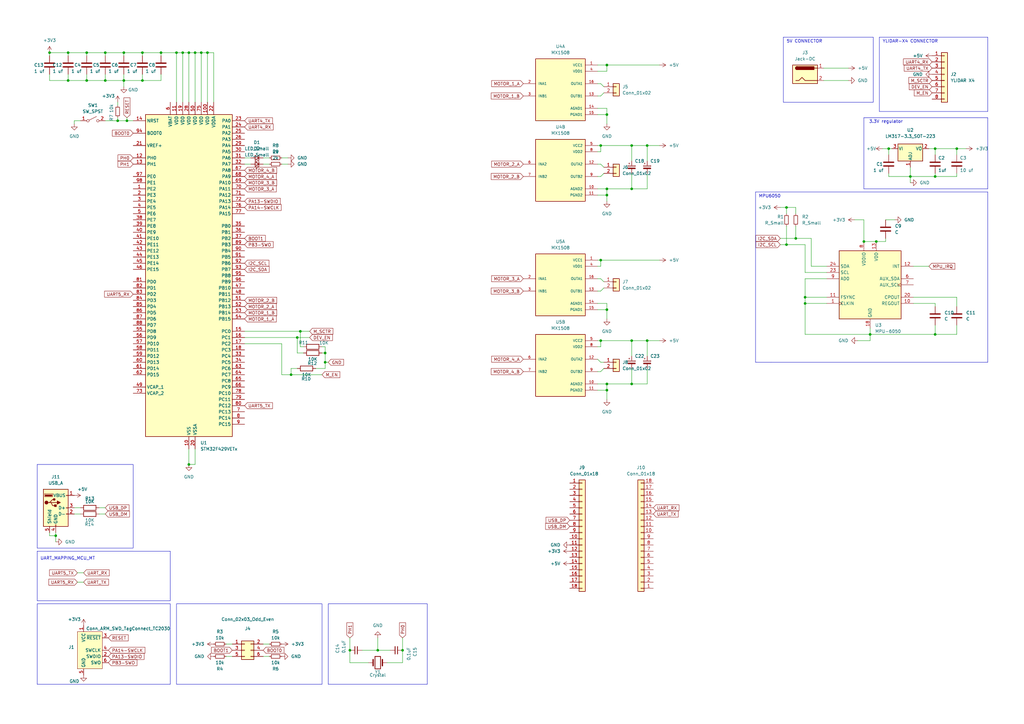
<source format=kicad_sch>
(kicad_sch (version 20230121) (generator eeschema)
  (paper "A3")
  (junction (at 248.92 77.47))
  (junction (at 133.35 144.78))
  (junction (at 72.39 21.59))
  (junction (at 326.39 97.79))
  (junction (at 383.54 137.16))
  (junction (at 392.43 60.96))
  (junction (at 373.38 72.39))
  (junction (at 58.42 33.02))
  (junction (at 77.47 21.59))
  (junction (at 259.08 77.47))
  (junction (at 322.58 100.33))
  (junction (at 259.08 139.7))
  (junction (at 259.08 157.48))
  (junction (at 121.92 138.43))
  (junction (at 74.93 21.59))
  (junction (at 50.8 21.59))
  (junction (at 359.41 99.06))
  (junction (at 52.07 49.53))
  (junction (at 85.09 21.59))
  (junction (at 248.92 157.48))
  (junction (at 27.94 21.59))
  (junction (at 248.92 127))
  (junction (at 248.92 26.67))
  (junction (at 35.56 33.02))
  (junction (at 246.38 139.7))
  (junction (at 248.92 160.02))
  (junction (at 133.35 148.59))
  (junction (at 77.47 190.5))
  (junction (at 80.01 21.59))
  (junction (at 246.38 106.68))
  (junction (at 22.86 219.71))
  (junction (at 246.38 59.69))
  (junction (at 330.2 124.46))
  (junction (at 123.19 135.89))
  (junction (at 58.42 21.59))
  (junction (at 265.43 139.7))
  (junction (at 383.54 72.39))
  (junction (at 35.56 21.59))
  (junction (at 364.49 60.96))
  (junction (at 48.26 49.53))
  (junction (at 119.38 153.67))
  (junction (at 259.08 59.69))
  (junction (at 248.92 80.01))
  (junction (at 154.94 266.7))
  (junction (at 27.94 33.02))
  (junction (at 50.8 33.02))
  (junction (at 322.58 85.09))
  (junction (at 82.55 21.59))
  (junction (at 20.32 21.59))
  (junction (at 265.43 59.69))
  (junction (at 43.18 33.02))
  (junction (at 143.51 266.7))
  (junction (at 354.33 99.06))
  (junction (at 356.87 137.16))
  (junction (at 248.92 46.99))
  (junction (at 165.1 266.7))
  (junction (at 330.2 121.92))
  (junction (at 383.54 60.96))
  (junction (at 66.04 21.59))
  (junction (at 43.18 21.59))
  (wire (pts (xy 245.11 59.69) (xy 246.38 59.69)))
  (wire (pts (xy 132.08 144.78) (xy 133.35 144.78)))
  (wire (pts (xy 245.11 160.02) (xy 248.92 160.02)))
  (wire (pts (xy 22.86 219.71) (xy 22.86 222.25)))
  (wire (pts (xy 124.46 144.78) (xy 121.92 144.78)))
  (wire (pts (xy 245.11 80.01) (xy 248.92 80.01)))
  (wire (pts (xy 92.71 264.16) (xy 95.25 264.16)))
  (wire (pts (xy 80.01 184.15) (xy 80.01 190.5)))
  (wire (pts (xy 339.09 114.3) (xy 330.2 114.3)))
  (wire (pts (xy 259.08 157.48) (xy 265.43 157.48)))
  (wire (pts (xy 43.18 30.48) (xy 43.18 33.02)))
  (wire (pts (xy 77.47 21.59) (xy 80.01 21.59)))
  (polyline (pts (xy 354.33 48.26) (xy 405.13 48.26)))
  (wire (pts (xy 66.04 21.59) (xy 66.04 22.86)))
  (wire (pts (xy 30.48 208.28) (xy 33.02 208.28)))
  (wire (pts (xy 265.43 151.13) (xy 265.43 157.48)))
  (wire (pts (xy 58.42 33.02) (xy 66.04 33.02)))
  (wire (pts (xy 248.92 157.48) (xy 259.08 157.48)))
  (polyline (pts (xy 309.88 78.74) (xy 309.88 148.59)))
  (wire (pts (xy 20.32 33.02) (xy 27.94 33.02)))
  (wire (pts (xy 320.04 100.33) (xy 322.58 100.33)))
  (wire (pts (xy 100.33 135.89) (xy 123.19 135.89)))
  (wire (pts (xy 31.75 234.95) (xy 34.29 234.95)))
  (wire (pts (xy 22.86 218.44) (xy 22.86 219.71)))
  (wire (pts (xy 80.01 21.59) (xy 80.01 41.91)))
  (wire (pts (xy 58.42 21.59) (xy 66.04 21.59)))
  (wire (pts (xy 245.11 72.39) (xy 246.38 72.39)))
  (wire (pts (xy 259.08 139.7) (xy 259.08 146.05)))
  (wire (pts (xy 248.92 124.46) (xy 248.92 127)))
  (wire (pts (xy 43.18 33.02) (xy 50.8 33.02)))
  (wire (pts (xy 107.95 264.16) (xy 110.49 264.16)))
  (wire (pts (xy 40.64 208.28) (xy 43.18 208.28)))
  (wire (pts (xy 121.92 138.43) (xy 121.92 144.78)))
  (wire (pts (xy 373.38 72.39) (xy 373.38 74.93)))
  (wire (pts (xy 58.42 30.48) (xy 58.42 33.02)))
  (polyline (pts (xy 354.33 77.47) (xy 354.33 48.26)))
  (wire (pts (xy 354.33 99.06) (xy 354.33 90.17)))
  (wire (pts (xy 245.11 62.23) (xy 246.38 62.23)))
  (wire (pts (xy 330.2 111.76) (xy 330.2 100.33)))
  (wire (pts (xy 245.11 114.3) (xy 246.38 114.3)))
  (wire (pts (xy 121.92 138.43) (xy 127 138.43)))
  (wire (pts (xy 82.55 21.59) (xy 85.09 21.59)))
  (wire (pts (xy 383.54 137.16) (xy 356.87 137.16)))
  (wire (pts (xy 133.35 142.24) (xy 132.08 142.24)))
  (wire (pts (xy 50.8 33.02) (xy 58.42 33.02)))
  (wire (pts (xy 35.56 21.59) (xy 35.56 22.86)))
  (wire (pts (xy 356.87 137.16) (xy 356.87 139.7)))
  (polyline (pts (xy 309.88 148.59) (xy 316.23 148.59)))
  (wire (pts (xy 392.43 71.12) (xy 392.43 72.39)))
  (wire (pts (xy 245.11 152.4) (xy 246.38 152.4)))
  (wire (pts (xy 248.92 157.48) (xy 248.92 160.02)))
  (wire (pts (xy 326.39 97.79) (xy 332.74 97.79)))
  (wire (pts (xy 107.95 64.77) (xy 110.49 64.77)))
  (wire (pts (xy 50.8 21.59) (xy 58.42 21.59)))
  (wire (pts (xy 52.07 49.53) (xy 54.61 49.53)))
  (wire (pts (xy 245.11 157.48) (xy 248.92 157.48)))
  (wire (pts (xy 87.63 21.59) (xy 87.63 41.91)))
  (wire (pts (xy 246.38 119.38) (xy 247.65 118.11)))
  (wire (pts (xy 30.48 49.53) (xy 33.02 49.53)))
  (wire (pts (xy 354.33 99.06) (xy 359.41 99.06)))
  (wire (pts (xy 115.57 140.97) (xy 115.57 153.67)))
  (wire (pts (xy 74.93 21.59) (xy 77.47 21.59)))
  (polyline (pts (xy 360.68 15.24) (xy 360.68 45.72)))
  (wire (pts (xy 246.38 72.39) (xy 247.65 71.12)))
  (wire (pts (xy 326.39 85.09) (xy 322.58 85.09)))
  (wire (pts (xy 322.58 87.63) (xy 322.58 85.09)))
  (wire (pts (xy 259.08 71.12) (xy 259.08 77.47)))
  (wire (pts (xy 245.11 109.22) (xy 246.38 109.22)))
  (wire (pts (xy 332.74 109.22) (xy 332.74 97.79)))
  (wire (pts (xy 119.38 151.13) (xy 121.92 151.13)))
  (wire (pts (xy 248.92 26.67) (xy 248.92 29.21)))
  (wire (pts (xy 100.33 138.43) (xy 121.92 138.43)))
  (wire (pts (xy 48.26 49.53) (xy 52.07 49.53)))
  (wire (pts (xy 148.59 266.7) (xy 154.94 266.7)))
  (wire (pts (xy 35.56 21.59) (xy 43.18 21.59)))
  (wire (pts (xy 245.11 139.7) (xy 246.38 139.7)))
  (wire (pts (xy 330.2 114.3) (xy 330.2 121.92)))
  (wire (pts (xy 339.09 111.76) (xy 330.2 111.76)))
  (wire (pts (xy 326.39 92.71) (xy 326.39 97.79)))
  (wire (pts (xy 66.04 21.59) (xy 72.39 21.59)))
  (wire (pts (xy 158.75 271.78) (xy 165.1 271.78)))
  (wire (pts (xy 245.11 106.68) (xy 246.38 106.68)))
  (wire (pts (xy 364.49 63.5) (xy 364.49 60.96)))
  (wire (pts (xy 337.82 27.94) (xy 347.98 27.94)))
  (wire (pts (xy 27.94 30.48) (xy 27.94 33.02)))
  (wire (pts (xy 265.43 139.7) (xy 265.43 146.05)))
  (wire (pts (xy 265.43 139.7) (xy 270.51 139.7)))
  (wire (pts (xy 248.92 77.47) (xy 248.92 80.01)))
  (wire (pts (xy 245.11 119.38) (xy 246.38 119.38)))
  (wire (pts (xy 245.11 77.47) (xy 248.92 77.47)))
  (wire (pts (xy 143.51 271.78) (xy 143.51 266.7)))
  (wire (pts (xy 259.08 59.69) (xy 265.43 59.69)))
  (wire (pts (xy 40.64 210.82) (xy 43.18 210.82)))
  (wire (pts (xy 248.92 46.99) (xy 248.92 50.8)))
  (wire (pts (xy 248.92 77.47) (xy 259.08 77.47)))
  (wire (pts (xy 363.22 99.06) (xy 363.22 97.79)))
  (wire (pts (xy 50.8 21.59) (xy 50.8 22.86)))
  (wire (pts (xy 246.38 59.69) (xy 246.38 62.23)))
  (wire (pts (xy 115.57 153.67) (xy 119.38 153.67)))
  (wire (pts (xy 85.09 21.59) (xy 85.09 41.91)))
  (wire (pts (xy 245.11 46.99) (xy 248.92 46.99)))
  (wire (pts (xy 245.11 26.67) (xy 248.92 26.67)))
  (wire (pts (xy 48.26 41.91) (xy 48.26 43.18)))
  (wire (pts (xy 248.92 80.01) (xy 248.92 82.55)))
  (wire (pts (xy 330.2 124.46) (xy 330.2 137.16)))
  (wire (pts (xy 82.55 21.59) (xy 82.55 41.91)))
  (wire (pts (xy 102.87 64.77) (xy 100.33 64.77)))
  (wire (pts (xy 48.26 49.53) (xy 48.26 48.26)))
  (wire (pts (xy 119.38 153.67) (xy 119.38 151.13)))
  (wire (pts (xy 383.54 60.96) (xy 392.43 60.96)))
  (wire (pts (xy 245.11 34.29) (xy 246.38 34.29)))
  (wire (pts (xy 322.58 85.09) (xy 320.04 85.09)))
  (wire (pts (xy 265.43 59.69) (xy 265.43 66.04)))
  (wire (pts (xy 392.43 121.92) (xy 392.43 125.73)))
  (wire (pts (xy 247.65 148.59) (xy 246.38 148.59)))
  (wire (pts (xy 265.43 71.12) (xy 265.43 77.47)))
  (wire (pts (xy 330.2 124.46) (xy 339.09 124.46)))
  (wire (pts (xy 143.51 261.62) (xy 143.51 266.7)))
  (wire (pts (xy 330.2 121.92) (xy 330.2 124.46)))
  (wire (pts (xy 72.39 21.59) (xy 74.93 21.59)))
  (wire (pts (xy 330.2 137.16) (xy 356.87 137.16)))
  (wire (pts (xy 154.94 261.62) (xy 154.94 266.7)))
  (wire (pts (xy 107.95 67.31) (xy 110.49 67.31)))
  (wire (pts (xy 392.43 60.96) (xy 392.43 63.5)))
  (wire (pts (xy 381 60.96) (xy 383.54 60.96)))
  (wire (pts (xy 80.01 21.59) (xy 82.55 21.59)))
  (wire (pts (xy 124.46 142.24) (xy 123.19 142.24)))
  (wire (pts (xy 337.82 33.02) (xy 347.98 33.02)))
  (wire (pts (xy 361.95 60.96) (xy 364.49 60.96)))
  (wire (pts (xy 119.38 153.67) (xy 132.08 153.67)))
  (wire (pts (xy 374.65 124.46) (xy 383.54 124.46)))
  (wire (pts (xy 246.38 59.69) (xy 259.08 59.69)))
  (wire (pts (xy 392.43 60.96) (xy 396.24 60.96)))
  (wire (pts (xy 373.38 72.39) (xy 364.49 72.39)))
  (wire (pts (xy 245.11 127) (xy 248.92 127)))
  (wire (pts (xy 35.56 30.48) (xy 35.56 33.02)))
  (wire (pts (xy 351.79 139.7) (xy 356.87 139.7)))
  (wire (pts (xy 107.95 269.24) (xy 110.49 269.24)))
  (wire (pts (xy 383.54 124.46) (xy 383.54 125.73)))
  (wire (pts (xy 330.2 121.92) (xy 339.09 121.92)))
  (wire (pts (xy 246.38 39.37) (xy 247.65 38.1)))
  (wire (pts (xy 383.54 133.35) (xy 383.54 137.16)))
  (wire (pts (xy 246.38 152.4) (xy 247.65 151.13)))
  (wire (pts (xy 374.65 121.92) (xy 392.43 121.92)))
  (wire (pts (xy 30.48 49.53) (xy 30.48 50.8)))
  (wire (pts (xy 359.41 99.06) (xy 363.22 99.06)))
  (wire (pts (xy 245.11 67.31) (xy 246.38 67.31)))
  (wire (pts (xy 248.92 160.02) (xy 248.92 163.83)))
  (polyline (pts (xy 354.33 77.47) (xy 405.13 77.47)))
  (polyline (pts (xy 358.14 15.24) (xy 358.14 41.91)))
  (polyline (pts (xy 316.23 148.59) (xy 405.13 148.59)))
  (wire (pts (xy 20.32 30.48) (xy 20.32 33.02)))
  (polyline (pts (xy 405.13 78.74) (xy 309.88 78.74)))
  (wire (pts (xy 246.38 139.7) (xy 259.08 139.7)))
  (wire (pts (xy 129.54 151.13) (xy 133.35 151.13)))
  (wire (pts (xy 245.11 44.45) (xy 248.92 44.45)))
  (wire (pts (xy 74.93 21.59) (xy 74.93 41.91)))
  (wire (pts (xy 246.38 148.59) (xy 245.11 147.32)))
  (wire (pts (xy 115.57 64.77) (xy 118.11 64.77)))
  (wire (pts (xy 43.18 21.59) (xy 50.8 21.59)))
  (wire (pts (xy 133.35 144.78) (xy 133.35 148.59)))
  (wire (pts (xy 259.08 151.13) (xy 259.08 157.48)))
  (wire (pts (xy 246.38 106.68) (xy 270.51 106.68)))
  (wire (pts (xy 248.92 127) (xy 248.92 130.81)))
  (wire (pts (xy 20.32 219.71) (xy 22.86 219.71)))
  (wire (pts (xy 35.56 33.02) (xy 43.18 33.02)))
  (wire (pts (xy 20.32 21.59) (xy 20.32 22.86)))
  (wire (pts (xy 246.38 106.68) (xy 246.38 109.22)))
  (wire (pts (xy 92.71 269.24) (xy 95.25 269.24)))
  (wire (pts (xy 339.09 109.22) (xy 332.74 109.22)))
  (wire (pts (xy 245.11 29.21) (xy 248.92 29.21)))
  (wire (pts (xy 356.87 134.62) (xy 356.87 137.16)))
  (wire (pts (xy 373.38 72.39) (xy 383.54 72.39)))
  (wire (pts (xy 66.04 30.48) (xy 66.04 33.02)))
  (wire (pts (xy 20.32 218.44) (xy 20.32 219.71)))
  (polyline (pts (xy 321.31 41.91) (xy 358.14 41.91)))
  (wire (pts (xy 27.94 21.59) (xy 27.94 22.86)))
  (wire (pts (xy 383.54 72.39) (xy 392.43 72.39)))
  (wire (pts (xy 245.11 142.24) (xy 246.38 142.24)))
  (wire (pts (xy 248.92 44.45) (xy 248.92 46.99)))
  (wire (pts (xy 123.19 135.89) (xy 123.19 142.24)))
  (wire (pts (xy 58.42 21.59) (xy 58.42 22.86)))
  (wire (pts (xy 245.11 124.46) (xy 248.92 124.46)))
  (wire (pts (xy 165.1 261.62) (xy 165.1 266.7)))
  (wire (pts (xy 100.33 67.31) (xy 102.87 67.31)))
  (wire (pts (xy 134.62 148.59) (xy 133.35 148.59)))
  (wire (pts (xy 50.8 30.48) (xy 50.8 33.02)))
  (wire (pts (xy 350.52 90.17) (xy 354.33 90.17)))
  (wire (pts (xy 27.94 33.02) (xy 35.56 33.02)))
  (wire (pts (xy 165.1 271.78) (xy 165.1 266.7)))
  (wire (pts (xy 364.49 60.96) (xy 365.76 60.96)))
  (wire (pts (xy 322.58 100.33) (xy 330.2 100.33)))
  (wire (pts (xy 373.38 68.58) (xy 373.38 72.39)))
  (wire (pts (xy 265.43 59.69) (xy 270.51 59.69)))
  (wire (pts (xy 72.39 21.59) (xy 72.39 41.91)))
  (wire (pts (xy 364.49 72.39) (xy 364.49 71.12)))
  (polyline (pts (xy 405.13 15.24) (xy 360.68 15.24)))
  (polyline (pts (xy 405.13 148.59) (xy 405.13 78.74)))
  (wire (pts (xy 31.75 238.76) (xy 34.29 238.76)))
  (wire (pts (xy 43.18 21.59) (xy 43.18 22.86)))
  (wire (pts (xy 154.94 266.7) (xy 160.02 266.7)))
  (wire (pts (xy 246.38 34.29) (xy 247.65 35.56)))
  (wire (pts (xy 123.19 135.89) (xy 127 135.89)))
  (wire (pts (xy 30.48 210.82) (xy 33.02 210.82)))
  (wire (pts (xy 392.43 133.35) (xy 392.43 137.16)))
  (polyline (pts (xy 321.31 41.91) (xy 321.31 15.24)))
  (wire (pts (xy 43.18 49.53) (xy 48.26 49.53)))
  (wire (pts (xy 246.38 139.7) (xy 246.38 142.24)))
  (wire (pts (xy 77.47 184.15) (xy 77.47 190.5)))
  (polyline (pts (xy 360.68 45.72) (xy 405.13 45.72)))
  (wire (pts (xy 133.35 151.13) (xy 133.35 148.59)))
  (wire (pts (xy 259.08 139.7) (xy 265.43 139.7)))
  (wire (pts (xy 77.47 190.5) (xy 80.01 190.5)))
  (wire (pts (xy 100.33 140.97) (xy 115.57 140.97)))
  (wire (pts (xy 246.38 114.3) (xy 247.65 115.57)))
  (polyline (pts (xy 405.13 15.24) (xy 405.13 45.72)))
  (wire (pts (xy 245.11 39.37) (xy 246.38 39.37)))
  (wire (pts (xy 259.08 77.47) (xy 265.43 77.47)))
  (wire (pts (xy 27.94 21.59) (xy 35.56 21.59)))
  (wire (pts (xy 383.54 60.96) (xy 383.54 63.5)))
  (wire (pts (xy 259.08 59.69) (xy 259.08 66.04)))
  (wire (pts (xy 133.35 142.24) (xy 133.35 144.78)))
  (wire (pts (xy 50.8 33.02) (xy 50.8 35.56)))
  (wire (pts (xy 322.58 92.71) (xy 322.58 100.33)))
  (wire (pts (xy 20.32 21.59) (xy 27.94 21.59)))
  (wire (pts (xy 246.38 67.31) (xy 247.65 68.58)))
  (wire (pts (xy 374.65 109.22) (xy 381 109.22)))
  (wire (pts (xy 85.09 21.59) (xy 87.63 21.59)))
  (wire (pts (xy 77.47 21.59) (xy 77.47 41.91)))
  (wire (pts (xy 326.39 87.63) (xy 326.39 85.09)))
  (wire (pts (xy 248.92 26.67) (xy 270.51 26.67)))
  (wire (pts (xy 320.04 97.79) (xy 326.39 97.79)))
  (polyline (pts (xy 321.31 15.24) (xy 358.14 15.24)))
  (wire (pts (xy 115.57 67.31) (xy 118.11 67.31)))
  (wire (pts (xy 392.43 137.16) (xy 383.54 137.16)))
  (wire (pts (xy 363.22 90.17) (xy 367.03 90.17)))
  (wire (pts (xy 151.13 271.78) (xy 143.51 271.78)))
  (polyline (pts (xy 405.13 48.26) (xy 405.13 77.47)))
  (wire (pts (xy 383.54 72.39) (xy 383.54 71.12)))
  (wire (pts (xy 52.07 48.26) (xy 52.07 49.53)))
  (rectangle (start 15.24 190.5) (end 54.61 224.79))
  (rectangle (start 72.39 247.65) (end 132.08 280.67))
  (rectangle (start 15.24 247.65) (end 69.85 280.67))
  (rectangle (start 134.62 247.65) (end 175.26 280.67))
  (rectangle (start 15.24 226.06) (end 69.85 246.38))
  (text "5V CONNECTOR" (at 322.58 17.78 0) (effects (font (size 1.27 1.27)) (justify left bottom)))
  (text "3.3V regulator" (at 356.4064 50.7052 0) (effects (font (size 1.27 1.27)) (justify left bottom)))
  (text "UART_MAPPING_MCU_MT" (at 16.51 229.87 0) (effects (font (size 1.27 1.27)) (justify left bottom)))
  (text "YLIDAR-X4 CONNECTOR" (at 361.95 17.78 0) (effects (font (size 1.27 1.27)) (justify left bottom)))
  (text "MPU6050\n" (at 311.15 81.28 0) (effects (font (size 1.27 1.27)) (justify left bottom)))
  (global_label "MOTOR_4_B" (shape input) (at 100.33 69.85 0) (property "Intersheetrefs" "${INTERSHEET_REFS}" (effects hide)))
  (global_label "BOOT1" (shape input) (at 95.25 266.7 180) (property "Intersheetrefs" "${INTERSHEET_REFS}" (effects hide)))
  (global_label "UART4_TX" (shape input) (at 382.27 27.94 180) (property "Intersheetrefs" "${INTERSHEET_REFS}" (effects hide)))
  (global_label "PA13-SWDIO" (shape input) (at 100.33 82.55 0) (property "Intersheetrefs" "${INTERSHEET_REFS}" (effects hide)))
  (global_label "UART5_RX" (shape input) (at 54.61 120.65 180) (property "Intersheetrefs" "${INTERSHEET_REFS}" (effects hide)))
  (global_label "UART4_TX" (shape input) (at 100.33 49.53 0) (property "Intersheetrefs" "${INTERSHEET_REFS}" (effects hide)))
  (global_label "I2C_SCL" (shape input) (at 320.04 100.33 180) (property "Intersheetrefs" "${INTERSHEET_REFS}" (effects hide)))
  (global_label "I2C_SDA" (shape input) (at 320.04 97.79 180) (property "Intersheetrefs" "${INTERSHEET_REFS}" (effects hide)))
  (global_label "PB3-SWO" (shape input) (at 44.45 271.78 0) (property "Intersheetrefs" "${INTERSHEET_REFS}" (effects hide)))
  (global_label "MOTOR_2_A" (shape input) (at 100.33 125.73 0) (property "Intersheetrefs" "${INTERSHEET_REFS}" (effects hide)))
  (global_label "MOTOR_4_B" (shape input) (at 214.63 152.4 180) (property "Intersheetrefs" "${INTERSHEET_REFS}" (effects hide)))
  (global_label "PA14-SWCLK" (shape input) (at 100.33 85.09 0) (property "Intersheetrefs" "${INTERSHEET_REFS}" (effects hide)))
  (global_label "I2C_SDA" (shape input) (at 100.33 110.49 0) (property "Intersheetrefs" "${INTERSHEET_REFS}" (effects hide)))
  (global_label "MOTOR_2_B" (shape input) (at 100.33 123.19 0) (property "Intersheetrefs" "${INTERSHEET_REFS}" (effects hide)))
  (global_label "MOTOR_2_B" (shape input) (at 214.63 72.39 180) (property "Intersheetrefs" "${INTERSHEET_REFS}" (effects hide)))
  (global_label "MOTOR_1_A" (shape input) (at 214.63 34.29 180) (property "Intersheetrefs" "${INTERSHEET_REFS}" (effects hide)))
  (global_label "PA13-SWDIO" (shape input) (at 44.45 269.24 0) (property "Intersheetrefs" "${INTERSHEET_REFS}" (effects hide)))
  (global_label "UART5_TX" (shape input) (at 31.75 234.95 180) (property "Intersheetrefs" "${INTERSHEET_REFS}" (effects hide)))
  (global_label "MPU_IRQ" (shape input) (at 381 109.22 0) (property "Intersheetrefs" "${INTERSHEET_REFS}" (effects hide)))
  (global_label "USB_DM" (shape input) (at 233.68 215.9 180) (property "Intersheetrefs" "${INTERSHEET_REFS}" (effects hide)))
  (global_label "RESET" (shape input) (at 44.45 261.62 0) (property "Intersheetrefs" "${INTERSHEET_REFS}" (effects hide)))
  (global_label "M_SCTR" (shape input) (at 382.27 33.02 180) (property "Intersheetrefs" "${INTERSHEET_REFS}" (effects hide)))
  (global_label "MOTOR_1_B" (shape input) (at 214.63 39.37 180) (property "Intersheetrefs" "${INTERSHEET_REFS}" (effects hide)))
  (global_label "UART4_RX" (shape input) (at 382.27 25.4 180) (property "Intersheetrefs" "${INTERSHEET_REFS}" (effects hide)))
  (global_label "M_EN" (shape input) (at 132.08 153.67 0) (property "Intersheetrefs" "${INTERSHEET_REFS}" (effects hide)))
  (global_label "USB_DM" (shape input) (at 43.18 210.82 0) (property "Intersheetrefs" "${INTERSHEET_REFS}" (effects hide)))
  (global_label "M_EN" (shape input) (at 382.27 38.1 180) (property "Intersheetrefs" "${INTERSHEET_REFS}" (effects hide)))
  (global_label "BOOT0" (shape input) (at 107.95 266.7 0) (property "Intersheetrefs" "${INTERSHEET_REFS}" (effects hide)))
  (global_label "GND" (shape input) (at 134.62 148.59 0) (property "Intersheetrefs" "${INTERSHEET_REFS}" (effects hide)))
  (global_label "PA14-SWCLK" (shape input) (at 44.45 266.7 0) (property "Intersheetrefs" "${INTERSHEET_REFS}" (effects hide)))
  (global_label "BOOT1" (shape input) (at 100.33 97.79 0) (property "Intersheetrefs" "${INTERSHEET_REFS}" (effects hide)))
  (global_label "MOTOR_2_A" (shape input) (at 214.63 67.31 180) (property "Intersheetrefs" "${INTERSHEET_REFS}" (effects hide)))
  (global_label "PH1" (shape input) (at 54.61 67.31 180) (property "Intersheetrefs" "${INTERSHEET_REFS}" (effects hide)))
  (global_label "MOTOR_3_A" (shape input) (at 214.63 114.3 180) (property "Intersheetrefs" "${INTERSHEET_REFS}" (effects hide)))
  (global_label "MOTOR_4_A" (shape input) (at 214.63 147.32 180) (property "Intersheetrefs" "${INTERSHEET_REFS}" (effects hide)))
  (global_label "UART_TX" (shape input) (at 34.29 238.76 0) (property "Intersheetrefs" "${INTERSHEET_REFS}" (effects hide)))
  (global_label "MOTOR_3_A" (shape input) (at 100.33 77.47 0) (property "Intersheetrefs" "${INTERSHEET_REFS}" (effects hide)))
  (global_label "DEV_EN" (shape input) (at 127 138.43 0) (property "Intersheetrefs" "${INTERSHEET_REFS}" (effects hide)))
  (global_label "PH0" (shape input) (at 165.1 261.62 90) (property "Intersheetrefs" "${INTERSHEET_REFS}" (effects hide)))
  (global_label "UART4_RX" (shape input) (at 100.33 52.07 0) (property "Intersheetrefs" "${INTERSHEET_REFS}" (effects hide)))
  (global_label "M_SCTR" (shape input) (at 127 135.89 0) (property "Intersheetrefs" "${INTERSHEET_REFS}" (effects hide)))
  (global_label "MOTOR_4_A" (shape input) (at 100.33 72.39 0) (property "Intersheetrefs" "${INTERSHEET_REFS}" (effects hide)))
  (global_label "USB_DP" (shape input) (at 233.68 213.36 180) (property "Intersheetrefs" "${INTERSHEET_REFS}" (effects hide)))
  (global_label "I2C_SCL" (shape input) (at 100.33 107.95 0) (property "Intersheetrefs" "${INTERSHEET_REFS}" (effects hide)))
  (global_label "UART_TX" (shape input) (at 267.97 210.82 0) (property "Intersheetrefs" "${INTERSHEET_REFS}" (effects hide)))
  (global_label "DEV_EN" (shape input) (at 382.27 35.56 180) (property "Intersheetrefs" "${INTERSHEET_REFS}" (effects hide)))
  (global_label "UART_RX" (shape input) (at 267.97 208.28 0) (property "Intersheetrefs" "${INTERSHEET_REFS}" (effects hide)))
  (global_label "PH1" (shape input) (at 143.51 261.62 90) (property "Intersheetrefs" "${INTERSHEET_REFS}" (effects hide)))
  (global_label "UART5_TX" (shape input) (at 100.33 166.37 0) (property "Intersheetrefs" "${INTERSHEET_REFS}" (effects hide)))
  (global_label "PB3-SWO" (shape input) (at 100.33 100.33 0) (property "Intersheetrefs" "${INTERSHEET_REFS}" (effects hide)))
  (global_label "PH0" (shape input) (at 54.61 64.77 180) (property "Intersheetrefs" "${INTERSHEET_REFS}" (effects hide)))
  (global_label "MOTOR_1_A" (shape input) (at 100.33 130.81 0) (property "Intersheetrefs" "${INTERSHEET_REFS}" (effects hide)))
  (global_label "USB_DP" (shape input) (at 43.18 208.28 0) (property "Intersheetrefs" "${INTERSHEET_REFS}" (effects hide)))
  (global_label "MOTOR_1_B" (shape input) (at 100.33 128.27 0) (property "Intersheetrefs" "${INTERSHEET_REFS}" (effects hide)))
  (global_label "BOOT0" (shape input) (at 54.61 54.61 180) (property "Intersheetrefs" "${INTERSHEET_REFS}" (effects hide)))
  (global_label "UART_RX" (shape input) (at 34.29 234.95 0) (property "Intersheetrefs" "${INTERSHEET_REFS}" (effects hide)))
  (global_label "MOTOR_3_B" (shape input) (at 214.63 119.38 180) (property "Intersheetrefs" "${INTERSHEET_REFS}" (effects hide)))
  (global_label "RESET" (shape input) (at 52.07 48.26 90) (property "Intersheetrefs" "${INTERSHEET_REFS}" (effects hide)))
  (global_label "MOTOR_3_B" (shape input) (at 100.33 74.93 0) (property "Intersheetrefs" "${INTERSHEET_REFS}" (effects hide)))
  (global_label "UART5_RX" (shape input) (at 31.75 238.76 180) (property "Intersheetrefs" "${INTERSHEET_REFS}" (effects hide)))
  (symbol (lib_id "power:+5V") (at 233.68 231.14 90) (unit 1)
    (property "Reference" "#PWR034" (effects hide))
    (property "Value" "+5V" (at 229.87 231.14 90) (effects (justify left)))
  )
  (symbol (lib_id "Device:R_Small") (at 90.17 269.24 270) (unit 1)
    (property "Reference" "R4" (at 90.17 274.32 90))
    (property "Value" "10k" (at 90.17 271.78 90))
    (property "Footprint" "Resistor_SMD:R_0603_1608Metric" (effects hide))
  )
  (symbol (lib_id "Connector_Generic:Conn_01x02") (at 252.73 68.58 0) (unit 1)
    (property "Reference" "J6" (at 255.27 68.58 0) (effects (justify left)))
    (property "Value" "Conn_01x02" (at 255.27 71.12 0) (effects (justify left)))
    (property "Footprint" "Connector_PinSocket_2.54mm:PinSocket_1x02_P2.54mm_Vertical" (effects hide))
  )
  (symbol (lib_id "Device:R_Small") (at 326.39 90.17 0) (unit 1)
    (property "Reference" "R2" (at 328.93 88.8999 0) (effects (justify left)))
    (property "Value" "R_Small" (at 328.93 91.4399 0) (effects (justify left)))
    (property "Footprint" "Resistor_SMD:R_0603_1608Metric" (effects hide))
  )
  (symbol (lib_id "Device:R_Small") (at 90.17 264.16 90) (unit 1)
    (property "Reference" "R3" (at 90.17 259.08 90))
    (property "Value" "10k" (at 90.17 261.62 90))
    (property "Footprint" "Resistor_SMD:R_0603_1608Metric" (effects hide))
  )
  (symbol (lib_id "Device:C") (at 58.42 26.67 0) (unit 1)
    (property "Reference" "C7" (at 53.34 26.67 0) (effects (justify left)))
    (property "Value" "1 uf" (at 52.07 29.21 0) (effects (justify left)))
    (property "Footprint" "Capacitor_SMD:C_0603_1608Metric" (effects hide))
  )
  (symbol (lib_id "Regulator_Linear:LM317_SOT-223") (at 373.38 60.96 0) (unit 1)
    (property "Reference" "U2" (at 373.38 53.34 0))
    (property "Value" "LM317-3.3_SOT-223" (at 373.38 55.88 0))
    (property "Footprint" "Package_TO_SOT_SMD:SOT-223-3_TabPin2" (effects hide))
    (property "Datasheet" "http://www.ti.com/lit/ds/symlink/lm317.pdf" (effects hide))
  )
  (symbol (lib_id "Device:C") (at 50.8 26.67 0) (unit 1)
    (property "Reference" "C6" (at 45.72 26.67 0) (effects (justify left)))
    (property "Value" "1 uf" (at 44.45 29.21 0) (effects (justify left)))
    (property "Footprint" "Capacitor_SMD:C_0603_1608Metric" (effects hide))
  )
  (symbol (lib_id "Device:C") (at 20.32 26.67 0) (unit 1)
    (property "Reference" "C13" (at 13.97 26.67 0) (effects (justify left)))
    (property "Value" "1 uf" (at 13.97 29.21 0) (effects (justify left)))
    (property "Footprint" "Capacitor_SMD:C_0603_1608Metric" (effects hide))
  )
  (symbol (lib_id "Device:C_Polarized_Small") (at 259.08 68.58 0) (unit 1)
    (property "Reference" "C18" (at 260.35 66.04 0) (effects (justify left)))
    (property "Value" "C_Polarized_Small" (effects hide))
    (property "Footprint" "Capacitor_SMD:CP_Elec_6.3x4.9" (effects hide))
  )
  (symbol (lib_id "Device:C") (at 363.22 93.98 0) (unit 1)
    (property "Reference" "C9" (at 367.03 92.7099 0) (effects (justify left)))
    (property "Value" "C" (at 367.03 95.2499 0) (effects (justify left)))
    (property "Footprint" "Capacitor_SMD:C_0603_1608Metric" (effects hide))
  )
  (symbol (lib_id "Switch:SW_SPST") (at 38.1 49.53 0) (unit 1)
    (property "Reference" "SW1" (at 38.1 43.18 0))
    (property "Value" "SW_SPST" (at 38.1 45.72 0))
    (property "Footprint" "Button_Switch_SMD:SW_SPST_CK_RS282G05A3" (effects hide))
  )
  (symbol (lib_id "Device:C") (at 392.43 129.54 0) (unit 1)
    (property "Reference" "C11" (at 396.24 128.2699 0) (effects (justify left)))
    (property "Value" "C" (at 396.24 130.8099 0) (effects (justify left)))
    (property "Footprint" "Capacitor_SMD:C_0603_1608Metric" (effects hide))
  )
  (symbol (lib_id "Device:C") (at 27.94 26.67 0) (unit 1)
    (property "Reference" "C12" (at 21.59 26.67 0) (effects (justify left)))
    (property "Value" "1 uf" (at 21.59 29.21 0) (effects (justify left)))
    (property "Footprint" "Capacitor_SMD:C_0603_1608Metric" (effects hide))
  )
  (symbol (lib_id "power:GND") (at 367.03 90.17 90) (unit 1)
    (property "Reference" "#PWR05" (effects hide))
    (property "Value" "GND" (at 370.84 90.17 90) (effects (justify right)))
  )
  (symbol (lib_id "Connector_Generic:Conn_01x18") (at 262.89 220.98 180) (unit 1)
    (property "Reference" "J10" (at 262.89 191.77 0))
    (property "Value" "Conn_01x18" (at 262.89 194.31 0))
    (property "Footprint" "Connector_PinHeader_2.54mm:PinHeader_1x18_P2.54mm_Vertical" (effects hide))
  )
  (symbol (lib_id "MX1508:MX1508") (at 229.87 149.86 0) (unit 2)
    (property "Reference" "U5" (at 229.87 132.08 0))
    (property "Value" "MX1508" (at 229.87 134.62 0))
    (property "Footprint" "MX1508:SOIC127P600X177-16N" (effects hide))
    (property "MF" "Sinotech Mixic Electronics Co., Ltd" (effects hide))
    (property "MAXIMUM_PACKAGE_HEIGHT" "1.77mm" (effects hide))
    (property "Package" "Package" (effects hide))
    (property "Price" "None" (effects hide))
    (property "Check_prices" "https://www.snapeda.com/parts/MX1508/Sinotech+Mixic+Electronics+Co.%252C+Ltd/view-part/?ref=eda" (effects hide))
    (property "STANDARD" "IPC-7351B" (effects hide))
    (property "SnapEDA_Link" "https://www.snapeda.com/parts/MX1508/Sinotech+Mixic+Electronics+Co.%252C+Ltd/view-part/?ref=snap" (effects hide))
    (property "MP" "MX1508" (effects hide))
    (property "Description" "\n" (effects hide))
    (property "Availability" "Not in stock" (effects hide))
    (property "MANUFACTURER" "Shenzhen Guanghui Electronics" (effects hide))
  )
  (symbol (lib_id "Device:R_Small") (at 48.26 45.72 180) (unit 1)
    (property "Reference" "R7" (at 45.72 48.26 90))
    (property "Value" "10k" (at 45.72 44.45 90))
    (property "Footprint" "Resistor_SMD:R_0603_1608Metric" (effects hide))
  )
  (symbol (lib_id "Device:C_Small") (at 146.05 266.7 90) (unit 1)
    (property "Reference" "C14" (at 138.43 267.97 0) (effects (justify left)))
    (property "Value" "0.1uF" (at 140.97 267.97 0) (effects (justify left)))
    (property "Footprint" "Capacitor_SMD:C_0603_1608Metric" (effects hide))
  )
  (symbol (lib_id "Connector:Conn_ARM_SWD_TagConnect_TC2030") (at 36.83 266.7 0) (unit 1) (in_bom no)
    (property "Reference" "J1" (at 30.48 265.43 0) (effects (justify right)))
    (property "Value" "Conn_ARM_SWD_TagConnect_TC2030" (at 69.85 257.81 0) (effects (justify right)))
    (property "Footprint" "Connector_PinHeader_2.54mm:PinHeader_1x06_P2.54mm_Vertical" (effects hide))
    (property "Datasheet" "https://www.tag-connect.com/wp-content/uploads/bsk-pdf-manager/TC2030-CTX_1.pdf" (effects hide))
  )
  (symbol (lib_id "power:GND") (at 34.29 276.86 0) (unit 1)
    (property "Reference" "#PWR014" (effects hide))
    (property "Value" "GND" (at 30.48 279.4 0))
  )
  (symbol (lib_id "Device:C") (at 43.18 26.67 0) (unit 1)
    (property "Reference" "C5" (at 38.1 26.67 0) (effects (justify left)))
    (property "Value" "1 uf" (at 36.83 29.21 0) (effects (justify left)))
    (property "Footprint" "Capacitor_SMD:C_0603_1608Metric" (effects hide))
  )
  (symbol (lib_id "power:GND") (at 50.8 35.56 0) (unit 1)
    (property "Reference" "#PWR01" (effects hide))
    (property "Value" "GND" (at 54.61 36.83 0))
  )
  (symbol (lib_id "power:GND") (at 77.47 190.5 0) (unit 1)
    (property "Reference" "#PWR09" (effects hide))
    (property "Value" "GND" (at 77.47 195.58 0))
  )
  (symbol (lib_id "power:+3V3") (at 87.63 264.16 90) (unit 1)
    (property "Reference" "#PWR015" (effects hide))
    (property "Value" "+3V3" (at 83.82 264.16 90) (effects (justify left)))
  )
  (symbol (lib_id "power:GND") (at 351.79 139.7 270) (unit 1)
    (property "Reference" "#PWR06" (effects hide))
    (property "Value" "GND" (at 347.98 139.7 90) (effects (justify right)))
  )
  (symbol (lib_id "power:GND") (at 248.92 50.8 0) (unit 1)
    (property "Reference" "#PWR029" (effects hide))
    (property "Value" "GND" (at 248.92 55.88 0))
  )
  (symbol (lib_id "MX1508:MX1508") (at 229.87 69.85 0) (unit 2)
    (property "Reference" "U4" (at 229.87 52.07 0))
    (property "Value" "MX1508" (at 229.87 54.61 0))
    (property "Footprint" "MX1508:SOIC127P600X177-16N" (effects hide))
    (property "MF" "Sinotech Mixic Electronics Co., Ltd" (effects hide))
    (property "MAXIMUM_PACKAGE_HEIGHT" "1.77mm" (effects hide))
    (property "Package" "Package" (effects hide))
    (property "Price" "None" (effects hide))
    (property "Check_prices" "https://www.snapeda.com/parts/MX1508/Sinotech+Mixic+Electronics+Co.%252C+Ltd/view-part/?ref=eda" (effects hide))
    (property "STANDARD" "IPC-7351B" (effects hide))
    (property "SnapEDA_Link" "https://www.snapeda.com/parts/MX1508/Sinotech+Mixic+Electronics+Co.%252C+Ltd/view-part/?ref=snap" (effects hide))
    (property "MP" "MX1508" (effects hide))
    (property "Description" "\n" (effects hide))
    (property "Availability" "Not in stock" (effects hide))
    (property "MANUFACTURER" "Shenzhen Guanghui Electronics" (effects hide))
  )
  (symbol (lib_id "power:+5V") (at 30.48 203.2 270) (unit 1)
    (property "Reference" "#PWR037" (effects hide))
    (property "Value" "+5V" (at 31.75 200.66 90) (effects (justify left)))
  )
  (symbol (lib_id "Device:C") (at 35.56 26.67 0) (unit 1)
    (property "Reference" "C4" (at 30.48 26.67 0) (effects (justify left)))
    (property "Value" "1 uf" (at 29.21 29.21 0) (effects (justify left)))
    (property "Footprint" "Capacitor_SMD:C_0603_1608Metric" (effects hide))
  )
  (symbol (lib_id "Device:R_Small") (at 322.58 90.17 0) (unit 1)
    (property "Reference" "R1" (at 318.77 88.9 0) (effects (justify left)))
    (property "Value" "R_Small" (at 313.69 91.44 0) (effects (justify left)))
    (property "Footprint" "Resistor_SMD:R_0603_1608Metric" (effects hide))
  )
  (symbol (lib_id "power:GND") (at 118.11 64.77 90) (unit 1)
    (property "Reference" "#PWR022" (effects hide))
    (property "Value" "GND" (at 121.92 64.77 90) (effects (justify right)))
  )
  (symbol (lib_id "power:GND") (at 115.57 269.24 90) (unit 1)
    (property "Reference" "#PWR018" (effects hide))
    (property "Value" "GND" (at 119.38 269.24 90) (effects (justify right)))
  )
  (symbol (lib_id "MCU_ST_STM32F4:STM32F429VETx") (at 77.47 113.03 0) (unit 1)
    (property "Reference" "U1" (at 82.2041 181.61 0) (effects (justify left)))
    (property "Value" "STM32F429VETx" (at 82.2041 184.15 0) (effects (justify left)))
    (property "Footprint" "Package_QFP:LQFP-100_14x14mm_P0.5mm" (effects hide))
    (property "Datasheet" "https://www.st.com/resource/en/datasheet/stm32f429ve.pdf" (effects hide))
  )
  (symbol (lib_id "Device:LED_Small") (at 105.41 67.31 180) (unit 1)
    (property "Reference" "D2" (at 105.3465 60.96 0))
    (property "Value" "LED_Small" (at 105.3465 63.5 0))
    (property "Footprint" "Resistor_SMD:R_0603_1608Metric" (effects hide))
  )
  (symbol (lib_id "Device:C_Polarized_Small") (at 265.43 148.59 0) (unit 1)
    (property "Reference" "C23" (at 266.7 146.05 0) (effects (justify left)))
    (property "Value" "C_Polarized_Small" (effects hide))
    (property "Footprint" "Capacitor_SMD:CP_Elec_6.3x4.9" (effects hide))
  )
  (symbol (lib_id "MX1508:MX1508") (at 229.87 116.84 0) (unit 1)
    (property "Reference" "U5" (at 229.87 99.06 0))
    (property "Value" "MX1508" (at 229.87 101.6 0))
    (property "Footprint" "MX1508:SOIC127P600X177-16N" (effects hide))
    (property "MF" "Sinotech Mixic Electronics Co., Ltd" (effects hide))
    (property "MAXIMUM_PACKAGE_HEIGHT" "1.77mm" (effects hide))
    (property "Package" "Package" (effects hide))
    (property "Price" "None" (effects hide))
    (property "Check_prices" "https://www.snapeda.com/parts/MX1508/Sinotech+Mixic+Electronics+Co.%252C+Ltd/view-part/?ref=eda" (effects hide))
    (property "STANDARD" "IPC-7351B" (effects hide))
    (property "SnapEDA_Link" "https://www.snapeda.com/parts/MX1508/Sinotech+Mixic+Electronics+Co.%252C+Ltd/view-part/?ref=snap" (effects hide))
    (property "MP" "MX1508" (effects hide))
    (property "Description" "\n" (effects hide))
    (property "Availability" "Not in stock" (effects hide))
    (property "MANUFACTURER" "Shenzhen Guanghui Electronics" (effects hide))
  )
  (symbol (lib_id "Device:R") (at 36.83 208.28 90) (unit 1)
    (property "Reference" "R13" (at 36.83 204.47 90))
    (property "Value" "10K" (at 36.83 205.74 90))
    (property "Footprint" "Resistor_SMD:R_0603_1608Metric" (effects hide))
  )
  (symbol (lib_id "Device:C") (at 66.04 26.67 0) (unit 1)
    (property "Reference" "C8" (at 60.96 26.67 0) (effects (justify left)))
    (property "Value" "1 uf" (at 59.69 29.21 0) (effects (justify left)))
    (property "Footprint" "Capacitor_SMD:C_0603_1608Metric" (effects hide))
  )
  (symbol (lib_id "power:GND") (at 248.92 163.83 0) (unit 1)
    (property "Reference" "#PWR026" (effects hide))
    (property "Value" "GND" (at 248.92 168.91 0))
  )
  (symbol (lib_id "power:GND") (at 233.68 223.52 270) (unit 1)
    (property "Reference" "#PWR036" (effects hide))
    (property "Value" "GND" (at 229.87 223.52 90) (effects (justify right)))
  )
  (symbol (lib_id "Device:C") (at 392.43 67.31 0) (unit 1)
    (property "Reference" "C3" (at 393.7 64.77 0) (effects (justify left)))
    (property "Value" "10 uf" (at 393.7 69.85 0) (effects (justify left)))
    (property "Footprint" "Capacitor_SMD:C_0603_1608Metric" (effects hide))
  )
  (symbol (lib_id "Device:R_Small") (at 113.03 64.77 90) (unit 1)
    (property "Reference" "R8" (at 113.03 59.69 90))
    (property "Value" "2k" (at 113.03 62.23 90))
    (property "Footprint" "Resistor_SMD:R_0603_1608Metric" (effects hide))
  )
  (symbol (lib_id "power:+5V") (at 270.51 106.68 270) (unit 1)
    (property "Reference" "#PWR030" (effects hide))
    (property "Value" "+5V" (at 274.32 106.68 90) (effects (justify left)))
  )
  (symbol (lib_id "Connector_Generic:Conn_01x02") (at 252.73 148.59 0) (unit 1)
    (property "Reference" "J8" (at 255.27 148.59 0) (effects (justify left)))
    (property "Value" "Conn_01x02" (at 255.27 151.13 0) (effects (justify left)))
    (property "Footprint" "Connector_PinSocket_2.54mm:PinSocket_1x02_P2.54mm_Vertical" (effects hide))
  )
  (symbol (lib_id "Device:C_Small") (at 162.56 266.7 270) (unit 1)
    (property "Reference" "C15" (at 170.18 265.43 0) (effects (justify left)))
    (property "Value" "0.1uF" (at 167.64 265.43 0) (effects (justify left)))
    (property "Footprint" "Capacitor_SMD:C_0603_1608Metric" (effects hide))
  )
  (symbol (lib_id "Connector_Generic:Conn_01x02") (at 252.73 35.56 0) (unit 1)
    (property "Reference" "J5" (at 255.27 35.56 0) (effects (justify left)))
    (property "Value" "Conn_01x02" (at 255.27 38.1 0) (effects (justify left)))
    (property "Footprint" "Connector_PinSocket_2.54mm:PinSocket_1x02_P2.54mm_Vertical" (effects hide))
  )
  (symbol (lib_id "power:GND") (at 87.63 269.24 270) (unit 1)
    (property "Reference" "#PWR016" (effects hide))
    (property "Value" "GND" (at 83.82 269.24 90) (effects (justify right)))
  )
  (symbol (lib_id "power:+3V3") (at 48.26 41.91 0) (unit 1)
    (property "Reference" "#PWR021" (effects hide))
    (property "Value" "+3V3" (at 44.45 39.37 0))
  )
  (symbol (lib_id "Device:R_Small") (at 113.03 67.31 90) (unit 1)
    (property "Reference" "R9" (at 113.03 62.23 90))
    (property "Value" "2k" (at 113.03 64.77 90))
    (property "Footprint" "Resistor_SMD:R_0603_1608Metric" (effects hide))
  )
  (symbol (lib_id "Device:C_Polarized_Small") (at 259.08 148.59 0) (unit 1)
    (property "Reference" "C22" (at 260.35 146.05 0) (effects (justify left)))
    (property "Value" "C_Polarized_Small" (effects hide))
    (property "Footprint" "Capacitor_SMD:CP_Elec_6.3x4.9" (effects hide))
  )
  (symbol (lib_id "MX1508:MX1508") (at 229.87 36.83 0) (unit 1)
    (property "Reference" "U4" (at 229.87 19.05 0))
    (property "Value" "MX1508" (at 229.87 21.59 0))
    (property "Footprint" "MX1508:SOIC127P600X177-16N" (effects hide))
    (property "MF" "Sinotech Mixic Electronics Co., Ltd" (effects hide))
    (property "MAXIMUM_PACKAGE_HEIGHT" "1.77mm" (effects hide))
    (property "Package" "Package" (effects hide))
    (property "Price" "None" (effects hide))
    (property "Check_prices" "https://www.snapeda.com/parts/MX1508/Sinotech+Mixic+Electronics+Co.%252C+Ltd/view-part/?ref=eda" (effects hide))
    (property "STANDARD" "IPC-7351B" (effects hide))
    (property "SnapEDA_Link" "https://www.snapeda.com/parts/MX1508/Sinotech+Mixic+Electronics+Co.%252C+Ltd/view-part/?ref=snap" (effects hide))
    (property "MP" "MX1508" (effects hide))
    (property "Description" "\n" (effects hide))
    (property "Availability" "Not in stock" (effects hide))
    (property "MANUFACTURER" "Shenzhen Guanghui Electronics" (effects hide))
  )
  (symbol (lib_id "power:+5V") (at 270.51 59.69 270) (unit 1)
    (property "Reference" "#PWR024" (effects hide))
    (property "Value" "+5V" (at 274.32 59.69 90) (effects (justify left)))
  )
  (symbol (lib_id "Device:LED_Small") (at 105.41 64.77 180) (unit 1)
    (property "Reference" "D1" (at 105.3465 58.42 0))
    (property "Value" "LED_Small" (at 105.3465 60.96 0))
    (property "Footprint" "Resistor_SMD:R_0603_1608Metric" (effects hide))
  )
  (symbol (lib_id "power:+3V3") (at 34.29 256.54 0) (unit 1)
    (property "Reference" "#PWR013" (effects hide))
    (property "Value" "+3V3" (at 30.48 254 0))
  )
  (symbol (lib_id "Device:C") (at 383.54 129.54 0) (unit 1)
    (property "Reference" "C10" (at 387.35 128.2699 0) (effects (justify left)))
    (property "Value" "C" (at 387.35 130.8099 0) (effects (justify left)))
    (property "Footprint" "Capacitor_SMD:C_0603_1608Metric" (effects hide))
  )
  (symbol (lib_id "Connector:Jack-DC") (at 330.2 30.48 0) (unit 1)
    (property "Reference" "J3" (at 330.2 21.59 0))
    (property "Value" "Jack-DC" (at 330.2 24.13 0))
    (property "Footprint" "Connector_BarrelJack:BarrelJack_Horizontal" (effects hide))
  )
  (symbol (lib_id "power:GND") (at 118.11 67.31 90) (unit 1)
    (property "Reference" "#PWR023" (effects hide))
    (property "Value" "GND" (at 121.92 67.31 90) (effects (justify right)))
  )
  (symbol (lib_id "Connector:USB_A") (at 22.86 208.28 0) (unit 1)
    (property "Reference" "J11" (at 22.86 195.58 0))
    (property "Value" "USB_A" (at 22.86 198.12 0))
    (property "Footprint" "Connector_USB:USB_A_Molex_48037-2200_Horizontal" (effects hide))
    (property "Datasheet" " ~" (effects hide))
  )
  (symbol (lib_id "Device:C_Polarized_Small") (at 265.43 68.58 0) (unit 1)
    (property "Reference" "C19" (at 266.7 66.04 0) (effects (justify left)))
    (property "Value" "C_Polarized_Small" (effects hide))
    (property "Footprint" "Capacitor_SMD:CP_Elec_6.3x4.9" (effects hide))
  )
  (symbol (lib_id "power:+3V3") (at 115.57 264.16 270) (unit 1)
    (property "Reference" "#PWR017" (effects hide))
    (property "Value" "+3V3" (at 119.38 264.16 90) (effects (justify left)))
  )
  (symbol (lib_id "Device:R_Small") (at 113.03 264.16 90) (unit 1)
    (property "Reference" "R5" (at 113.03 259.08 90))
    (property "Value" "10k" (at 113.03 261.62 90))
    (property "Footprint" "Resistor_SMD:R_0603_1608Metric" (effects hide))
  )
  (symbol (lib_id "Connector_Generic:Conn_01x08") (at 387.35 30.48 0) (unit 1)
    (property "Reference" "J2" (at 389.89 30.4799 0) (effects (justify left)))
    (property "Value" "YLIDAR X4" (at 389.89 33.0199 0) (effects (justify left)))
    (property "Footprint" "Connector_Hirose:Hirose_DF13-08P-1.25DSA_1x08_P1.25mm_Vertical" (effects hide))
  )
  (symbol (lib_id "Connector_Generic:Conn_01x02") (at 252.73 115.57 0) (unit 1)
    (property "Reference" "J7" (at 255.27 115.57 0) (effects (justify left)))
    (property "Value" "Conn_01x02" (at 255.27 118.11 0) (effects (justify left)))
    (property "Footprint" "Connector_PinSocket_2.54mm:PinSocket_1x02_P2.54mm_Vertical" (effects hide))
  )
  (symbol (lib_id "Device:R_Small") (at 113.03 269.24 270) (unit 1)
    (property "Reference" "R6" (at 113.03 274.32 90))
    (property "Value" "10k" (at 113.03 271.78 90))
    (property "Footprint" "Resistor_SMD:R_0603_1608Metric" (effects hide))
  )
  (symbol (lib_id "power:GND") (at 347.98 33.02 90) (unit 1)
    (property "Reference" "#PWR04" (effects hide))
    (property "Value" "GND" (at 351.79 33.02 90) (effects (justify right)))
  )
  (symbol (lib_id "Sensor_Motion:MPU-6050") (at 356.87 116.84 0) (unit 1)
    (property "Reference" "U3" (at 358.8894 133.35 0) (effects (justify left)))
    (property "Value" "MPU-6050" (at 358.8894 135.89 0) (effects (justify left)))
    (property "Footprint" "Sensor_Motion:InvenSense_QFN-24_4x4mm_P0.5mm" (effects hide))
    (property "Datasheet" "https://store.invensense.com/datasheets/invensense/MPU-6050_DataSheet_V3%204.pdf" (effects hide))
  )
  (symbol (lib_id "power:+3V3") (at 233.68 226.06 90) (unit 1)
    (property "Reference" "#PWR035" (effects hide))
    (property "Value" "+3V3" (at 229.87 226.06 90) (effects (justify left)))
  )
  (symbol (lib_id "power:GND") (at 248.92 130.81 0) (unit 1)
    (property "Reference" "#PWR027" (effects hide))
    (property "Value" "GND" (at 248.92 135.89 0))
  )
  (symbol (lib_id "Device:R") (at 128.27 144.78 90) (unit 1)
    (property "Reference" "R12" (at 128.0945 149.04 90))
    (property "Value" "10K" (at 128.27 147.32 90))
    (property "Footprint" "Resistor_SMD:R_0603_1608Metric" (effects hide))
  )
  (symbol (lib_id "Connector_Generic:Conn_02x03_Odd_Even") (at 100.33 266.7 0) (unit 1)
    (property "Reference" "J4" (at 101.6 257.81 0))
    (property "Value" "Conn_02x03_Odd_Even" (at 101.6 254 0))
    (property "Footprint" "Connector_PinHeader_2.54mm:PinHeader_2x03_P2.54mm_Vertical_SMD" (effects hide))
  )
  (symbol (lib_id "Device:C") (at 364.49 67.31 0) (unit 1)
    (property "Reference" "C1" (at 359.41 67.31 0) (effects (justify left)))
    (property "Value" "1 uf" (at 358.14 69.85 0) (effects (justify left)))
    (property "Footprint" "Capacitor_SMD:C_0603_1608Metric" (effects hide))
  )
  (symbol (lib_id "Connector_Generic:Conn_01x18") (at 238.76 218.44 0) (unit 1)
    (property "Reference" "J9" (at 237.49 191.77 0) (effects (justify left)))
    (property "Value" "Conn_01x18" (at 233.68 194.31 0) (effects (justify left)))
    (property "Footprint" "Connector_PinHeader_2.54mm:PinHeader_1x18_P2.54mm_Vertical" (effects hide))
  )
  (symbol (lib_id "Device:R") (at 128.27 142.24 90) (unit 1)
    (property "Reference" "R11" (at 124.4981 140.5338 90))
    (property "Value" "10K" (at 132.848 140.6276 90))
    (property "Footprint" "Resistor_SMD:R_0603_1608Metric" (effects hide))
  )
  (symbol (lib_id "Device:C") (at 383.54 67.31 0) (unit 1)
    (property "Reference" "C2" (at 384.81 64.77 0) (effects (justify left)))
    (property "Value" "1uf" (at 384.81 69.85 0) (effects (justify left)))
    (property "Footprint" "Capacitor_SMD:C_0603_1608Metric" (effects hide))
  )
  (symbol (lib_id "power:+5V") (at 270.51 26.67 270) (unit 1)
    (property "Reference" "#PWR025" (effects hide))
    (property "Value" "+5V" (at 274.32 26.67 90) (effects (justify left)))
  )
  (symbol (lib_id "power:+3V3") (at 396.24 60.96 270) (unit 1)
    (property "Reference" "#PWR032" (effects hide))
    (property "Value" "+3V3" (at 400.05 60.96 90) (effects (justify left)))
  )
  (symbol (lib_id "power:GND") (at 382.27 30.48 270) (unit 1)
    (property "Reference" "#PWR02" (effects hide))
    (property "Value" "GND" (at 378.46 30.48 90) (effects (justify right)))
  )
  (symbol (lib_id "power:+5V") (at 347.98 27.94 270) (unit 1)
    (property "Reference" "#PWR010" (effects hide))
    (property "Value" "+5V" (at 351.79 27.94 90) (effects (justify left)))
  )
  (symbol (lib_id "power:GND") (at 154.94 261.62 180) (unit 1)
    (property "Reference" "#PWR019" (effects hide))
    (property "Value" "GND" (at 154.94 256.54 0))
  )
  (symbol (lib_id "power:+3V3") (at 350.52 90.17 90) (unit 1)
    (property "Reference" "#PWR08" (effects hide))
    (property "Value" "+3V3" (at 346.71 90.17 90) (effects (justify left)))
  )
  (symbol (lib_id "power:GND") (at 248.92 82.55 0) (unit 1)
    (property "Reference" "#PWR028" (effects hide))
    (property "Value" "GND" (at 248.92 87.63 0))
  )
  (symbol (lib_id "power:GND") (at 373.38 74.93 90) (unit 1)
    (property "Reference" "#PWR03" (effects hide))
    (property "Value" "GND" (at 377.19 74.93 90) (effects (justify right)))
  )
  (symbol (lib_id "Device:Crystal") (at 154.94 271.78 0) (unit 1)
    (property "Reference" "Y1" (at 154.94 275.59 0))
    (property "Value" "Crystal" (at 154.94 276.86 0))
    (property "Footprint" "Crystal:Crystal_SMD_HC49-SD" (effects hide))
  )
  (symbol (lib_id "power:+3V3") (at 20.32 21.59 0) (unit 1)
    (property "Reference" "#PWR033" (effects hide))
    (property "Value" "+3V3" (at 20.32 16.51 0))
  )
  (symbol (lib_id "power:+5V") (at 382.27 22.86 90) (unit 1)
    (property "Reference" "#PWR011" (effects hide))
    (property "Value" "+5V" (at 378.46 22.86 90) (effects (justify left)))
  )
  (symbol (lib_id "power:+3V3") (at 320.04 85.09 90) (unit 1)
    (property "Reference" "#PWR07" (effects hide))
    (property "Value" "+3V3" (at 316.23 85.09 90) (effects (justify left)))
  )
  (symbol (lib_id "power:+5V") (at 361.95 60.96 90) (unit 1)
    (property "Reference" "#PWR012" (effects hide))
    (property "Value" "+5V" (at 359.41 60.96 90) (effects (justify left)))
  )
  (symbol (lib_id "power:GND") (at 30.48 50.8 0) (unit 1)
    (property "Reference" "#PWR020" (effects hide))
    (property "Value" "GND" (at 30.48 55.88 0))
  )
  (symbol (lib_id "Device:R") (at 125.73 151.13 90) (unit 1)
    (property "Reference" "R10" (at 125.5545 155.39 90))
    (property "Value" "10K" (at 125.73 153.67 90))
    (property "Footprint" "Resistor_SMD:R_0603_1608Metric" (effects hide))
  )
  (symbol (lib_id "Device:R") (at 36.83 210.82 90) (unit 1)
    (property "Reference" "R14" (at 36.6545 215.08 90))
    (property "Value" "10K" (at 36.83 213.36 90))
    (property "Footprint" "Resistor_SMD:R_0603_1608Metric" (effects hide))
  )
  (symbol (lib_id "power:+5V") (at 270.51 139.7 270) (unit 1)
    (property "Reference" "#PWR031" (effects hide))
    (property "Value" "+5V" (at 274.32 139.7 90) (effects (justify left)))
  )
  (symbol (lib_id "power:GND") (at 22.86 222.25 90) (unit 1)
    (property "Reference" "#PWR038" (effects hide))
    (property "Value" "GND" (at 26.67 222.25 90) (effects (justify right)))
  )
)
</source>
